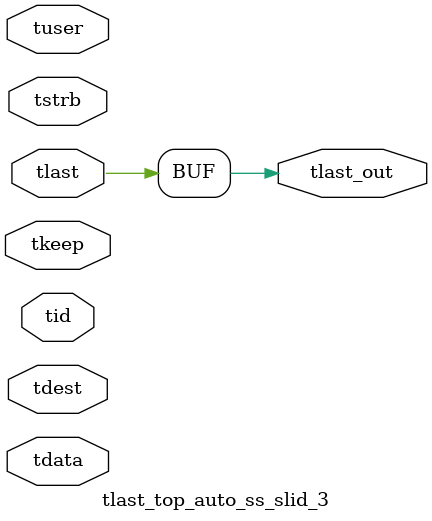
<source format=v>


`timescale 1ps/1ps

module tlast_top_auto_ss_slid_3 #
(
parameter C_S_AXIS_TID_WIDTH   = 1,
parameter C_S_AXIS_TUSER_WIDTH = 0,
parameter C_S_AXIS_TDATA_WIDTH = 0,
parameter C_S_AXIS_TDEST_WIDTH = 0
)
(
input  [(C_S_AXIS_TID_WIDTH   == 0 ? 1 : C_S_AXIS_TID_WIDTH)-1:0       ] tid,
input  [(C_S_AXIS_TDATA_WIDTH == 0 ? 1 : C_S_AXIS_TDATA_WIDTH)-1:0     ] tdata,
input  [(C_S_AXIS_TUSER_WIDTH == 0 ? 1 : C_S_AXIS_TUSER_WIDTH)-1:0     ] tuser,
input  [(C_S_AXIS_TDEST_WIDTH == 0 ? 1 : C_S_AXIS_TDEST_WIDTH)-1:0     ] tdest,
input  [(C_S_AXIS_TDATA_WIDTH/8)-1:0 ] tkeep,
input  [(C_S_AXIS_TDATA_WIDTH/8)-1:0 ] tstrb,
input  [0:0]                                                             tlast,
output                                                                   tlast_out
);

assign tlast_out = {tlast};

endmodule


</source>
